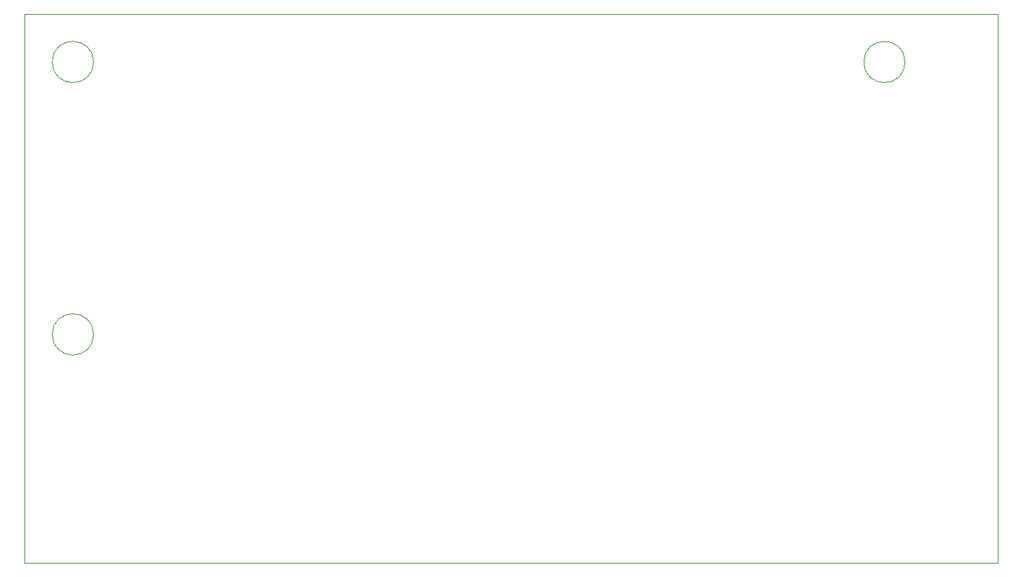
<source format=gbr>
%TF.GenerationSoftware,KiCad,Pcbnew,6.0.1*%
%TF.CreationDate,2022-09-08T21:04:13-04:00*%
%TF.ProjectId,Shot-Timer,53686f74-2d54-4696-9d65-722e6b696361,rev?*%
%TF.SameCoordinates,Original*%
%TF.FileFunction,Profile,NP*%
%FSLAX46Y46*%
G04 Gerber Fmt 4.6, Leading zero omitted, Abs format (unit mm)*
G04 Created by KiCad (PCBNEW 6.0.1) date 2022-09-08 21:04:13*
%MOMM*%
%LPD*%
G01*
G04 APERTURE LIST*
%TA.AperFunction,Profile*%
%ADD10C,0.100000*%
%TD*%
G04 APERTURE END LIST*
D10*
X42358495Y-97141505D02*
G75*
G03*
X42358495Y-97141505I-2358495J0D01*
G01*
X42358495Y-66000000D02*
G75*
G03*
X42358495Y-66000000I-2358495J0D01*
G01*
X34500000Y-123250000D02*
X145750000Y-123250000D01*
X145750000Y-123250000D02*
X145750000Y-60500000D01*
X145750000Y-60500000D02*
X34500000Y-60500000D01*
X34500000Y-60500000D02*
X34500000Y-123250000D01*
X135108495Y-66000000D02*
G75*
G03*
X135108495Y-66000000I-2358495J0D01*
G01*
M02*

</source>
